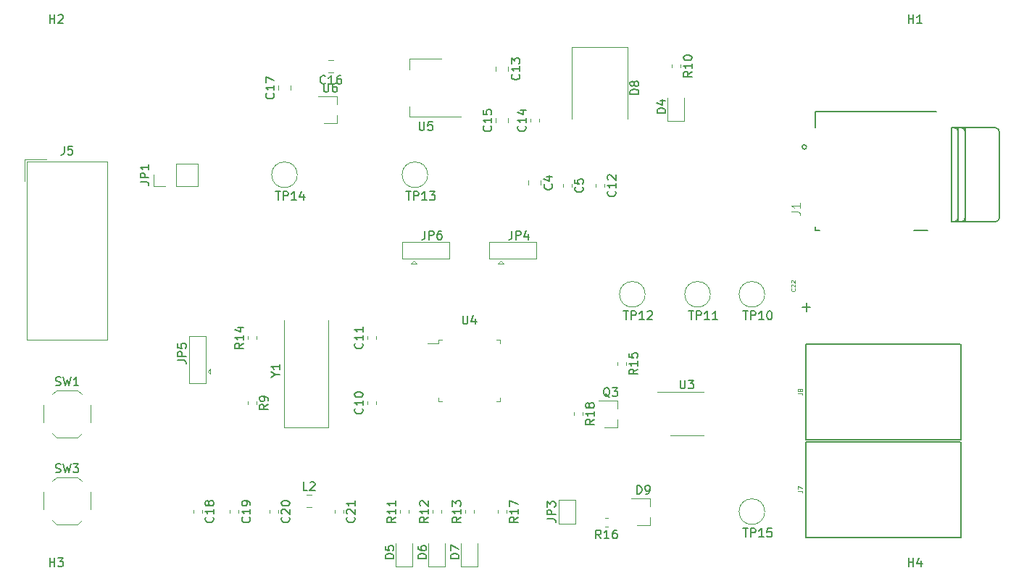
<source format=gbr>
G04 #@! TF.GenerationSoftware,KiCad,Pcbnew,5.1.5-52549c5~84~ubuntu18.04.1*
G04 #@! TF.CreationDate,2020-03-13T12:33:57+01:00*
G04 #@! TF.ProjectId,Telemetry,54656c65-6d65-4747-9279-2e6b69636164,rev?*
G04 #@! TF.SameCoordinates,Original*
G04 #@! TF.FileFunction,Legend,Top*
G04 #@! TF.FilePolarity,Positive*
%FSLAX46Y46*%
G04 Gerber Fmt 4.6, Leading zero omitted, Abs format (unit mm)*
G04 Created by KiCad (PCBNEW 5.1.5-52549c5~84~ubuntu18.04.1) date 2020-03-13 12:33:57*
%MOMM*%
%LPD*%
G04 APERTURE LIST*
%ADD10C,0.120000*%
%ADD11C,0.150000*%
%ADD12C,0.127000*%
%ADD13C,0.200000*%
%ADD14C,0.100000*%
%ADD15C,0.015000*%
G04 APERTURE END LIST*
D10*
X63510000Y-171800000D02*
X63510000Y-159200000D01*
X58410000Y-171800000D02*
X63510000Y-171800000D01*
X58410000Y-159200000D02*
X58410000Y-171800000D01*
D11*
X119340000Y-173240000D02*
X137340000Y-173240000D01*
X137340000Y-162040000D02*
X119340000Y-162040000D01*
X119340000Y-162040000D02*
X119340000Y-173240000D01*
X137440000Y-173240000D02*
X137440000Y-162015000D01*
X119340000Y-184670000D02*
X137340000Y-184670000D01*
X137340000Y-173470000D02*
X119340000Y-173470000D01*
X119340000Y-173470000D02*
X119340000Y-184670000D01*
X137440000Y-184670000D02*
X137440000Y-173445000D01*
D12*
X136650000Y-136740000D02*
X137150000Y-136740000D01*
X137150000Y-136740000D02*
X137150000Y-137240000D01*
X137150000Y-137240000D02*
X137150000Y-147240000D01*
X137150000Y-147240000D02*
X137150000Y-147740000D01*
X137150000Y-147740000D02*
X136650000Y-147740000D01*
X137450000Y-136740000D02*
X137950000Y-136740000D01*
X137950000Y-136740000D02*
X137950000Y-137240000D01*
X137950000Y-137240000D02*
X137950000Y-147240000D01*
X137950000Y-147240000D02*
X137950000Y-147740000D01*
X137950000Y-147740000D02*
X137450000Y-147740000D01*
X136350000Y-147740000D02*
X136350000Y-136740000D01*
X141950000Y-137240000D02*
X141950000Y-147240000D01*
X136350000Y-136740000D02*
X136650000Y-136740000D01*
X136650000Y-136740000D02*
G75*
G02X137150000Y-137240000I0J-500000D01*
G01*
X137150000Y-136740000D02*
X137450000Y-136740000D01*
X137450000Y-136740000D02*
G75*
G02X137950000Y-137240000I0J-500000D01*
G01*
X137950000Y-136740000D02*
X141450000Y-136740000D01*
X141450000Y-136740000D02*
G75*
G02X141950000Y-137240000I0J-500000D01*
G01*
X136350000Y-147740000D02*
X136650000Y-147740000D01*
X136650000Y-147740000D02*
G75*
G03X137150000Y-147240000I0J500000D01*
G01*
X137150000Y-147740000D02*
X137450000Y-147740000D01*
X137450000Y-147740000D02*
G75*
G03X137950000Y-147240000I0J500000D01*
G01*
X137950000Y-147740000D02*
X141450000Y-147740000D01*
X141450000Y-147740000D02*
G75*
G03X141950000Y-147240000I0J500000D01*
G01*
X120400000Y-148290000D02*
X120400000Y-148740000D01*
X120400000Y-148740000D02*
X120950000Y-148740000D01*
X120400000Y-136740000D02*
X120400000Y-134890000D01*
X120400000Y-134890000D02*
X134550000Y-134890000D01*
D13*
X119400000Y-138990000D02*
G75*
G03X119400000Y-138990000I-250000J0D01*
G01*
D12*
X133550000Y-148740000D02*
X131950000Y-148740000D01*
D11*
X119880000Y-157710000D02*
X118880000Y-157710000D01*
X119380000Y-158210000D02*
X119380000Y-157210000D01*
D10*
X88340000Y-142918922D02*
X88340000Y-143436078D01*
X86920000Y-142918922D02*
X86920000Y-143436078D01*
X91950000Y-143347221D02*
X91950000Y-143672779D01*
X90930000Y-143347221D02*
X90930000Y-143672779D01*
X69090000Y-169072779D02*
X69090000Y-168747221D01*
X68070000Y-169072779D02*
X68070000Y-168747221D01*
X68070000Y-161452779D02*
X68070000Y-161127221D01*
X69090000Y-161452779D02*
X69090000Y-161127221D01*
X95760000Y-143347221D02*
X95760000Y-143672779D01*
X94740000Y-143347221D02*
X94740000Y-143672779D01*
X83110000Y-129613922D02*
X83110000Y-130131078D01*
X84530000Y-129613922D02*
X84530000Y-130131078D01*
X88140000Y-136052779D02*
X88140000Y-135727221D01*
X87120000Y-136052779D02*
X87120000Y-135727221D01*
X83110000Y-136148578D02*
X83110000Y-135631422D01*
X84530000Y-136148578D02*
X84530000Y-135631422D01*
X64091078Y-130250000D02*
X63573922Y-130250000D01*
X64091078Y-128830000D02*
X63573922Y-128830000D01*
X59130000Y-132338578D02*
X59130000Y-131821422D01*
X57710000Y-132338578D02*
X57710000Y-131821422D01*
X47750000Y-181447221D02*
X47750000Y-181772779D01*
X48770000Y-181447221D02*
X48770000Y-181772779D01*
X52042500Y-181447221D02*
X52042500Y-181772779D01*
X53062500Y-181447221D02*
X53062500Y-181772779D01*
X57660000Y-181447221D02*
X57660000Y-181772779D01*
X56640000Y-181447221D02*
X56640000Y-181772779D01*
X65280000Y-181447221D02*
X65280000Y-181772779D01*
X64260000Y-181447221D02*
X64260000Y-181772779D01*
X105100000Y-135972500D02*
X105100000Y-133287500D01*
X103180000Y-135972500D02*
X105100000Y-135972500D01*
X103180000Y-133287500D02*
X103180000Y-135972500D01*
X71430000Y-185357500D02*
X71430000Y-188042500D01*
X71430000Y-188042500D02*
X73350000Y-188042500D01*
X73350000Y-188042500D02*
X73350000Y-185357500D01*
X77160000Y-188042500D02*
X77160000Y-185357500D01*
X75240000Y-188042500D02*
X77160000Y-188042500D01*
X75240000Y-185357500D02*
X75240000Y-188042500D01*
X79050000Y-185357500D02*
X79050000Y-188042500D01*
X79050000Y-188042500D02*
X80970000Y-188042500D01*
X80970000Y-188042500D02*
X80970000Y-185357500D01*
X92000000Y-127280000D02*
X98500000Y-127280000D01*
X92000000Y-127280000D02*
X92000000Y-135680000D01*
X98500000Y-127280000D02*
X98500000Y-135680000D01*
X101090000Y-183190000D02*
X101090000Y-182260000D01*
X101090000Y-180030000D02*
X101090000Y-180960000D01*
X101090000Y-180030000D02*
X98930000Y-180030000D01*
X101090000Y-183190000D02*
X99630000Y-183190000D01*
X37695000Y-140700000D02*
X37695000Y-161560000D01*
X37695000Y-161560000D02*
X28345000Y-161560000D01*
X28345000Y-161560000D02*
X28345000Y-140700000D01*
X28345000Y-140700000D02*
X37695000Y-140700000D01*
X28095000Y-140450000D02*
X28095000Y-142990000D01*
X28095000Y-140450000D02*
X30635000Y-140450000D01*
X48320000Y-143570000D02*
X48320000Y-140910000D01*
X45720000Y-143570000D02*
X48320000Y-143570000D01*
X45720000Y-140910000D02*
X48320000Y-140910000D01*
X45720000Y-143570000D02*
X45720000Y-140910000D01*
X44450000Y-143570000D02*
X43120000Y-143570000D01*
X43120000Y-143570000D02*
X43120000Y-142240000D01*
X92440000Y-183010000D02*
X90440000Y-183010000D01*
X92440000Y-180210000D02*
X92440000Y-183010000D01*
X90440000Y-180210000D02*
X92440000Y-180210000D01*
X90440000Y-183010000D02*
X90440000Y-180210000D01*
X82340000Y-150130000D02*
X87840000Y-150130000D01*
X87840000Y-150130000D02*
X87840000Y-152080000D01*
X87840000Y-152080000D02*
X82340000Y-152080000D01*
X82340000Y-152080000D02*
X82340000Y-150130000D01*
X83690000Y-152330000D02*
X83390000Y-152630000D01*
X83390000Y-152630000D02*
X83990000Y-152630000D01*
X83990000Y-152630000D02*
X83690000Y-152330000D01*
X49760000Y-164930000D02*
X49460000Y-165230000D01*
X49760000Y-165530000D02*
X49760000Y-164930000D01*
X49460000Y-165230000D02*
X49760000Y-165530000D01*
X49210000Y-166580000D02*
X47260000Y-166580000D01*
X49210000Y-161080000D02*
X49210000Y-166580000D01*
X47260000Y-161080000D02*
X49210000Y-161080000D01*
X47260000Y-166580000D02*
X47260000Y-161080000D01*
X73830000Y-152630000D02*
X73530000Y-152330000D01*
X73230000Y-152630000D02*
X73830000Y-152630000D01*
X73530000Y-152330000D02*
X73230000Y-152630000D01*
X72180000Y-152080000D02*
X72180000Y-150130000D01*
X77680000Y-152080000D02*
X72180000Y-152080000D01*
X77680000Y-150130000D02*
X77680000Y-152080000D01*
X72180000Y-150130000D02*
X77680000Y-150130000D01*
X61033922Y-179630000D02*
X61551078Y-179630000D01*
X61033922Y-181050000D02*
X61551078Y-181050000D01*
X97280000Y-171760000D02*
X95820000Y-171760000D01*
X97280000Y-168600000D02*
X95120000Y-168600000D01*
X97280000Y-168600000D02*
X97280000Y-169530000D01*
X97280000Y-171760000D02*
X97280000Y-170830000D01*
X54100000Y-168747221D02*
X54100000Y-169072779D01*
X55120000Y-168747221D02*
X55120000Y-169072779D01*
X104650000Y-129377221D02*
X104650000Y-129702779D01*
X103630000Y-129377221D02*
X103630000Y-129702779D01*
X71880000Y-181772779D02*
X71880000Y-181447221D01*
X72900000Y-181772779D02*
X72900000Y-181447221D01*
X75690000Y-181772779D02*
X75690000Y-181447221D01*
X76710000Y-181772779D02*
X76710000Y-181447221D01*
X80520000Y-181772779D02*
X80520000Y-181447221D01*
X79500000Y-181772779D02*
X79500000Y-181447221D01*
X54100000Y-161452779D02*
X54100000Y-161127221D01*
X55120000Y-161452779D02*
X55120000Y-161127221D01*
X97280000Y-164149721D02*
X97280000Y-164475279D01*
X98300000Y-164149721D02*
X98300000Y-164475279D01*
X96200279Y-182370000D02*
X95874721Y-182370000D01*
X96200279Y-183390000D02*
X95874721Y-183390000D01*
X83310000Y-181447221D02*
X83310000Y-181772779D01*
X84330000Y-181447221D02*
X84330000Y-181772779D01*
X93220000Y-170017221D02*
X93220000Y-170342779D01*
X92200000Y-170017221D02*
X92200000Y-170342779D01*
X31770000Y-167430000D02*
X34270000Y-167430000D01*
X30270000Y-169180000D02*
X30270000Y-171180000D01*
X31770000Y-172930000D02*
X34270000Y-172930000D01*
X35770000Y-169180000D02*
X35770000Y-171180000D01*
X31320000Y-167880000D02*
X31770000Y-167430000D01*
X34720000Y-167880000D02*
X34270000Y-167430000D01*
X34720000Y-172480000D02*
X34270000Y-172930000D01*
X31320000Y-172480000D02*
X31770000Y-172930000D01*
X31320000Y-182640000D02*
X31770000Y-183090000D01*
X34720000Y-182640000D02*
X34270000Y-183090000D01*
X34720000Y-178040000D02*
X34270000Y-177590000D01*
X31320000Y-178040000D02*
X31770000Y-177590000D01*
X35770000Y-179340000D02*
X35770000Y-181340000D01*
X31770000Y-183090000D02*
X34270000Y-183090000D01*
X30270000Y-179340000D02*
X30270000Y-181340000D01*
X31770000Y-177590000D02*
X34270000Y-177590000D01*
X114530000Y-156210000D02*
G75*
G03X114530000Y-156210000I-1500000J0D01*
G01*
X108180000Y-156210000D02*
G75*
G03X108180000Y-156210000I-1500000J0D01*
G01*
X100560000Y-156210000D02*
G75*
G03X100560000Y-156210000I-1500000J0D01*
G01*
X75160000Y-142240000D02*
G75*
G03X75160000Y-142240000I-1500000J0D01*
G01*
X59920000Y-142240000D02*
G75*
G03X59920000Y-142240000I-1500000J0D01*
G01*
X114530000Y-181610000D02*
G75*
G03X114530000Y-181610000I-1500000J0D01*
G01*
X105410000Y-172740000D02*
X107360000Y-172740000D01*
X105410000Y-172740000D02*
X103460000Y-172740000D01*
X105410000Y-167620000D02*
X107360000Y-167620000D01*
X105410000Y-167620000D02*
X101960000Y-167620000D01*
X83170000Y-168710000D02*
X83620000Y-168710000D01*
X83620000Y-168710000D02*
X83620000Y-168260000D01*
X76850000Y-168710000D02*
X76400000Y-168710000D01*
X76400000Y-168710000D02*
X76400000Y-168260000D01*
X83170000Y-161490000D02*
X83620000Y-161490000D01*
X83620000Y-161490000D02*
X83620000Y-161940000D01*
X76850000Y-161490000D02*
X76400000Y-161490000D01*
X76400000Y-161490000D02*
X76400000Y-161940000D01*
X76400000Y-161940000D02*
X75110000Y-161940000D01*
X73020000Y-128670000D02*
X73020000Y-129930000D01*
X73020000Y-135490000D02*
X73020000Y-134230000D01*
X76780000Y-128670000D02*
X73020000Y-128670000D01*
X79030000Y-135490000D02*
X73020000Y-135490000D01*
X64530000Y-136200000D02*
X64530000Y-135270000D01*
X64530000Y-133040000D02*
X64530000Y-133970000D01*
X64530000Y-133040000D02*
X62370000Y-133040000D01*
X64530000Y-136200000D02*
X63070000Y-136200000D01*
D11*
X57386190Y-165576190D02*
X57862380Y-165576190D01*
X56862380Y-165909523D02*
X57386190Y-165576190D01*
X56862380Y-165242857D01*
X57862380Y-164385714D02*
X57862380Y-164957142D01*
X57862380Y-164671428D02*
X56862380Y-164671428D01*
X57005238Y-164766666D01*
X57100476Y-164861904D01*
X57148095Y-164957142D01*
D14*
X118416190Y-167756666D02*
X118773333Y-167756666D01*
X118844761Y-167780476D01*
X118892380Y-167828095D01*
X118916190Y-167899523D01*
X118916190Y-167947142D01*
X118630476Y-167447142D02*
X118606666Y-167494761D01*
X118582857Y-167518571D01*
X118535238Y-167542380D01*
X118511428Y-167542380D01*
X118463809Y-167518571D01*
X118440000Y-167494761D01*
X118416190Y-167447142D01*
X118416190Y-167351904D01*
X118440000Y-167304285D01*
X118463809Y-167280476D01*
X118511428Y-167256666D01*
X118535238Y-167256666D01*
X118582857Y-167280476D01*
X118606666Y-167304285D01*
X118630476Y-167351904D01*
X118630476Y-167447142D01*
X118654285Y-167494761D01*
X118678095Y-167518571D01*
X118725714Y-167542380D01*
X118820952Y-167542380D01*
X118868571Y-167518571D01*
X118892380Y-167494761D01*
X118916190Y-167447142D01*
X118916190Y-167351904D01*
X118892380Y-167304285D01*
X118868571Y-167280476D01*
X118820952Y-167256666D01*
X118725714Y-167256666D01*
X118678095Y-167280476D01*
X118654285Y-167304285D01*
X118630476Y-167351904D01*
X118416190Y-179186666D02*
X118773333Y-179186666D01*
X118844761Y-179210476D01*
X118892380Y-179258095D01*
X118916190Y-179329523D01*
X118916190Y-179377142D01*
X118416190Y-178996190D02*
X118416190Y-178662857D01*
X118916190Y-178877142D01*
D15*
X117665524Y-146560612D02*
X118380901Y-146560612D01*
X118523976Y-146608304D01*
X118619360Y-146703688D01*
X118667052Y-146846763D01*
X118667052Y-146942147D01*
X118667052Y-145559084D02*
X118667052Y-146131386D01*
X118667052Y-145845235D02*
X117665524Y-145845235D01*
X117808599Y-145940619D01*
X117903983Y-146036002D01*
X117951675Y-146131386D01*
D14*
X118058571Y-155531428D02*
X118082380Y-155555238D01*
X118106190Y-155626666D01*
X118106190Y-155674285D01*
X118082380Y-155745714D01*
X118034761Y-155793333D01*
X117987142Y-155817142D01*
X117891904Y-155840952D01*
X117820476Y-155840952D01*
X117725238Y-155817142D01*
X117677619Y-155793333D01*
X117630000Y-155745714D01*
X117606190Y-155674285D01*
X117606190Y-155626666D01*
X117630000Y-155555238D01*
X117653809Y-155531428D01*
X117653809Y-155340952D02*
X117630000Y-155317142D01*
X117606190Y-155269523D01*
X117606190Y-155150476D01*
X117630000Y-155102857D01*
X117653809Y-155079047D01*
X117701428Y-155055238D01*
X117749047Y-155055238D01*
X117820476Y-155079047D01*
X118106190Y-155364761D01*
X118106190Y-155055238D01*
X117653809Y-154864761D02*
X117630000Y-154840952D01*
X117606190Y-154793333D01*
X117606190Y-154674285D01*
X117630000Y-154626666D01*
X117653809Y-154602857D01*
X117701428Y-154579047D01*
X117749047Y-154579047D01*
X117820476Y-154602857D01*
X118106190Y-154888571D01*
X118106190Y-154579047D01*
D11*
X89637142Y-143344166D02*
X89684761Y-143391785D01*
X89732380Y-143534642D01*
X89732380Y-143629880D01*
X89684761Y-143772738D01*
X89589523Y-143867976D01*
X89494285Y-143915595D01*
X89303809Y-143963214D01*
X89160952Y-143963214D01*
X88970476Y-143915595D01*
X88875238Y-143867976D01*
X88780000Y-143772738D01*
X88732380Y-143629880D01*
X88732380Y-143534642D01*
X88780000Y-143391785D01*
X88827619Y-143344166D01*
X89065714Y-142487023D02*
X89732380Y-142487023D01*
X88684761Y-142725119D02*
X89399047Y-142963214D01*
X89399047Y-142344166D01*
X93227142Y-143676666D02*
X93274761Y-143724285D01*
X93322380Y-143867142D01*
X93322380Y-143962380D01*
X93274761Y-144105238D01*
X93179523Y-144200476D01*
X93084285Y-144248095D01*
X92893809Y-144295714D01*
X92750952Y-144295714D01*
X92560476Y-144248095D01*
X92465238Y-144200476D01*
X92370000Y-144105238D01*
X92322380Y-143962380D01*
X92322380Y-143867142D01*
X92370000Y-143724285D01*
X92417619Y-143676666D01*
X92322380Y-142771904D02*
X92322380Y-143248095D01*
X92798571Y-143295714D01*
X92750952Y-143248095D01*
X92703333Y-143152857D01*
X92703333Y-142914761D01*
X92750952Y-142819523D01*
X92798571Y-142771904D01*
X92893809Y-142724285D01*
X93131904Y-142724285D01*
X93227142Y-142771904D01*
X93274761Y-142819523D01*
X93322380Y-142914761D01*
X93322380Y-143152857D01*
X93274761Y-143248095D01*
X93227142Y-143295714D01*
X67507142Y-169552857D02*
X67554761Y-169600476D01*
X67602380Y-169743333D01*
X67602380Y-169838571D01*
X67554761Y-169981428D01*
X67459523Y-170076666D01*
X67364285Y-170124285D01*
X67173809Y-170171904D01*
X67030952Y-170171904D01*
X66840476Y-170124285D01*
X66745238Y-170076666D01*
X66650000Y-169981428D01*
X66602380Y-169838571D01*
X66602380Y-169743333D01*
X66650000Y-169600476D01*
X66697619Y-169552857D01*
X67602380Y-168600476D02*
X67602380Y-169171904D01*
X67602380Y-168886190D02*
X66602380Y-168886190D01*
X66745238Y-168981428D01*
X66840476Y-169076666D01*
X66888095Y-169171904D01*
X66602380Y-167981428D02*
X66602380Y-167886190D01*
X66650000Y-167790952D01*
X66697619Y-167743333D01*
X66792857Y-167695714D01*
X66983333Y-167648095D01*
X67221428Y-167648095D01*
X67411904Y-167695714D01*
X67507142Y-167743333D01*
X67554761Y-167790952D01*
X67602380Y-167886190D01*
X67602380Y-167981428D01*
X67554761Y-168076666D01*
X67507142Y-168124285D01*
X67411904Y-168171904D01*
X67221428Y-168219523D01*
X66983333Y-168219523D01*
X66792857Y-168171904D01*
X66697619Y-168124285D01*
X66650000Y-168076666D01*
X66602380Y-167981428D01*
X67507142Y-161932857D02*
X67554761Y-161980476D01*
X67602380Y-162123333D01*
X67602380Y-162218571D01*
X67554761Y-162361428D01*
X67459523Y-162456666D01*
X67364285Y-162504285D01*
X67173809Y-162551904D01*
X67030952Y-162551904D01*
X66840476Y-162504285D01*
X66745238Y-162456666D01*
X66650000Y-162361428D01*
X66602380Y-162218571D01*
X66602380Y-162123333D01*
X66650000Y-161980476D01*
X66697619Y-161932857D01*
X67602380Y-160980476D02*
X67602380Y-161551904D01*
X67602380Y-161266190D02*
X66602380Y-161266190D01*
X66745238Y-161361428D01*
X66840476Y-161456666D01*
X66888095Y-161551904D01*
X67602380Y-160028095D02*
X67602380Y-160599523D01*
X67602380Y-160313809D02*
X66602380Y-160313809D01*
X66745238Y-160409047D01*
X66840476Y-160504285D01*
X66888095Y-160599523D01*
X97037142Y-144152857D02*
X97084761Y-144200476D01*
X97132380Y-144343333D01*
X97132380Y-144438571D01*
X97084761Y-144581428D01*
X96989523Y-144676666D01*
X96894285Y-144724285D01*
X96703809Y-144771904D01*
X96560952Y-144771904D01*
X96370476Y-144724285D01*
X96275238Y-144676666D01*
X96180000Y-144581428D01*
X96132380Y-144438571D01*
X96132380Y-144343333D01*
X96180000Y-144200476D01*
X96227619Y-144152857D01*
X97132380Y-143200476D02*
X97132380Y-143771904D01*
X97132380Y-143486190D02*
X96132380Y-143486190D01*
X96275238Y-143581428D01*
X96370476Y-143676666D01*
X96418095Y-143771904D01*
X96227619Y-142819523D02*
X96180000Y-142771904D01*
X96132380Y-142676666D01*
X96132380Y-142438571D01*
X96180000Y-142343333D01*
X96227619Y-142295714D01*
X96322857Y-142248095D01*
X96418095Y-142248095D01*
X96560952Y-142295714D01*
X97132380Y-142867142D01*
X97132380Y-142248095D01*
X85827142Y-130515357D02*
X85874761Y-130562976D01*
X85922380Y-130705833D01*
X85922380Y-130801071D01*
X85874761Y-130943928D01*
X85779523Y-131039166D01*
X85684285Y-131086785D01*
X85493809Y-131134404D01*
X85350952Y-131134404D01*
X85160476Y-131086785D01*
X85065238Y-131039166D01*
X84970000Y-130943928D01*
X84922380Y-130801071D01*
X84922380Y-130705833D01*
X84970000Y-130562976D01*
X85017619Y-130515357D01*
X85922380Y-129562976D02*
X85922380Y-130134404D01*
X85922380Y-129848690D02*
X84922380Y-129848690D01*
X85065238Y-129943928D01*
X85160476Y-130039166D01*
X85208095Y-130134404D01*
X84922380Y-129229642D02*
X84922380Y-128610595D01*
X85303333Y-128943928D01*
X85303333Y-128801071D01*
X85350952Y-128705833D01*
X85398571Y-128658214D01*
X85493809Y-128610595D01*
X85731904Y-128610595D01*
X85827142Y-128658214D01*
X85874761Y-128705833D01*
X85922380Y-128801071D01*
X85922380Y-129086785D01*
X85874761Y-129182023D01*
X85827142Y-129229642D01*
X86557142Y-136532857D02*
X86604761Y-136580476D01*
X86652380Y-136723333D01*
X86652380Y-136818571D01*
X86604761Y-136961428D01*
X86509523Y-137056666D01*
X86414285Y-137104285D01*
X86223809Y-137151904D01*
X86080952Y-137151904D01*
X85890476Y-137104285D01*
X85795238Y-137056666D01*
X85700000Y-136961428D01*
X85652380Y-136818571D01*
X85652380Y-136723333D01*
X85700000Y-136580476D01*
X85747619Y-136532857D01*
X86652380Y-135580476D02*
X86652380Y-136151904D01*
X86652380Y-135866190D02*
X85652380Y-135866190D01*
X85795238Y-135961428D01*
X85890476Y-136056666D01*
X85938095Y-136151904D01*
X85985714Y-134723333D02*
X86652380Y-134723333D01*
X85604761Y-134961428D02*
X86319047Y-135199523D01*
X86319047Y-134580476D01*
X82527142Y-136532857D02*
X82574761Y-136580476D01*
X82622380Y-136723333D01*
X82622380Y-136818571D01*
X82574761Y-136961428D01*
X82479523Y-137056666D01*
X82384285Y-137104285D01*
X82193809Y-137151904D01*
X82050952Y-137151904D01*
X81860476Y-137104285D01*
X81765238Y-137056666D01*
X81670000Y-136961428D01*
X81622380Y-136818571D01*
X81622380Y-136723333D01*
X81670000Y-136580476D01*
X81717619Y-136532857D01*
X82622380Y-135580476D02*
X82622380Y-136151904D01*
X82622380Y-135866190D02*
X81622380Y-135866190D01*
X81765238Y-135961428D01*
X81860476Y-136056666D01*
X81908095Y-136151904D01*
X81622380Y-134675714D02*
X81622380Y-135151904D01*
X82098571Y-135199523D01*
X82050952Y-135151904D01*
X82003333Y-135056666D01*
X82003333Y-134818571D01*
X82050952Y-134723333D01*
X82098571Y-134675714D01*
X82193809Y-134628095D01*
X82431904Y-134628095D01*
X82527142Y-134675714D01*
X82574761Y-134723333D01*
X82622380Y-134818571D01*
X82622380Y-135056666D01*
X82574761Y-135151904D01*
X82527142Y-135199523D01*
X63189642Y-131547142D02*
X63142023Y-131594761D01*
X62999166Y-131642380D01*
X62903928Y-131642380D01*
X62761071Y-131594761D01*
X62665833Y-131499523D01*
X62618214Y-131404285D01*
X62570595Y-131213809D01*
X62570595Y-131070952D01*
X62618214Y-130880476D01*
X62665833Y-130785238D01*
X62761071Y-130690000D01*
X62903928Y-130642380D01*
X62999166Y-130642380D01*
X63142023Y-130690000D01*
X63189642Y-130737619D01*
X64142023Y-131642380D02*
X63570595Y-131642380D01*
X63856309Y-131642380D02*
X63856309Y-130642380D01*
X63761071Y-130785238D01*
X63665833Y-130880476D01*
X63570595Y-130928095D01*
X64999166Y-130642380D02*
X64808690Y-130642380D01*
X64713452Y-130690000D01*
X64665833Y-130737619D01*
X64570595Y-130880476D01*
X64522976Y-131070952D01*
X64522976Y-131451904D01*
X64570595Y-131547142D01*
X64618214Y-131594761D01*
X64713452Y-131642380D01*
X64903928Y-131642380D01*
X64999166Y-131594761D01*
X65046785Y-131547142D01*
X65094404Y-131451904D01*
X65094404Y-131213809D01*
X65046785Y-131118571D01*
X64999166Y-131070952D01*
X64903928Y-131023333D01*
X64713452Y-131023333D01*
X64618214Y-131070952D01*
X64570595Y-131118571D01*
X64522976Y-131213809D01*
X57127142Y-132722857D02*
X57174761Y-132770476D01*
X57222380Y-132913333D01*
X57222380Y-133008571D01*
X57174761Y-133151428D01*
X57079523Y-133246666D01*
X56984285Y-133294285D01*
X56793809Y-133341904D01*
X56650952Y-133341904D01*
X56460476Y-133294285D01*
X56365238Y-133246666D01*
X56270000Y-133151428D01*
X56222380Y-133008571D01*
X56222380Y-132913333D01*
X56270000Y-132770476D01*
X56317619Y-132722857D01*
X57222380Y-131770476D02*
X57222380Y-132341904D01*
X57222380Y-132056190D02*
X56222380Y-132056190D01*
X56365238Y-132151428D01*
X56460476Y-132246666D01*
X56508095Y-132341904D01*
X56222380Y-131437142D02*
X56222380Y-130770476D01*
X57222380Y-131199047D01*
X50047142Y-182252857D02*
X50094761Y-182300476D01*
X50142380Y-182443333D01*
X50142380Y-182538571D01*
X50094761Y-182681428D01*
X49999523Y-182776666D01*
X49904285Y-182824285D01*
X49713809Y-182871904D01*
X49570952Y-182871904D01*
X49380476Y-182824285D01*
X49285238Y-182776666D01*
X49190000Y-182681428D01*
X49142380Y-182538571D01*
X49142380Y-182443333D01*
X49190000Y-182300476D01*
X49237619Y-182252857D01*
X50142380Y-181300476D02*
X50142380Y-181871904D01*
X50142380Y-181586190D02*
X49142380Y-181586190D01*
X49285238Y-181681428D01*
X49380476Y-181776666D01*
X49428095Y-181871904D01*
X49570952Y-180729047D02*
X49523333Y-180824285D01*
X49475714Y-180871904D01*
X49380476Y-180919523D01*
X49332857Y-180919523D01*
X49237619Y-180871904D01*
X49190000Y-180824285D01*
X49142380Y-180729047D01*
X49142380Y-180538571D01*
X49190000Y-180443333D01*
X49237619Y-180395714D01*
X49332857Y-180348095D01*
X49380476Y-180348095D01*
X49475714Y-180395714D01*
X49523333Y-180443333D01*
X49570952Y-180538571D01*
X49570952Y-180729047D01*
X49618571Y-180824285D01*
X49666190Y-180871904D01*
X49761428Y-180919523D01*
X49951904Y-180919523D01*
X50047142Y-180871904D01*
X50094761Y-180824285D01*
X50142380Y-180729047D01*
X50142380Y-180538571D01*
X50094761Y-180443333D01*
X50047142Y-180395714D01*
X49951904Y-180348095D01*
X49761428Y-180348095D01*
X49666190Y-180395714D01*
X49618571Y-180443333D01*
X49570952Y-180538571D01*
X54339642Y-182252857D02*
X54387261Y-182300476D01*
X54434880Y-182443333D01*
X54434880Y-182538571D01*
X54387261Y-182681428D01*
X54292023Y-182776666D01*
X54196785Y-182824285D01*
X54006309Y-182871904D01*
X53863452Y-182871904D01*
X53672976Y-182824285D01*
X53577738Y-182776666D01*
X53482500Y-182681428D01*
X53434880Y-182538571D01*
X53434880Y-182443333D01*
X53482500Y-182300476D01*
X53530119Y-182252857D01*
X54434880Y-181300476D02*
X54434880Y-181871904D01*
X54434880Y-181586190D02*
X53434880Y-181586190D01*
X53577738Y-181681428D01*
X53672976Y-181776666D01*
X53720595Y-181871904D01*
X54434880Y-180824285D02*
X54434880Y-180633809D01*
X54387261Y-180538571D01*
X54339642Y-180490952D01*
X54196785Y-180395714D01*
X54006309Y-180348095D01*
X53625357Y-180348095D01*
X53530119Y-180395714D01*
X53482500Y-180443333D01*
X53434880Y-180538571D01*
X53434880Y-180729047D01*
X53482500Y-180824285D01*
X53530119Y-180871904D01*
X53625357Y-180919523D01*
X53863452Y-180919523D01*
X53958690Y-180871904D01*
X54006309Y-180824285D01*
X54053928Y-180729047D01*
X54053928Y-180538571D01*
X54006309Y-180443333D01*
X53958690Y-180395714D01*
X53863452Y-180348095D01*
X58937142Y-182252857D02*
X58984761Y-182300476D01*
X59032380Y-182443333D01*
X59032380Y-182538571D01*
X58984761Y-182681428D01*
X58889523Y-182776666D01*
X58794285Y-182824285D01*
X58603809Y-182871904D01*
X58460952Y-182871904D01*
X58270476Y-182824285D01*
X58175238Y-182776666D01*
X58080000Y-182681428D01*
X58032380Y-182538571D01*
X58032380Y-182443333D01*
X58080000Y-182300476D01*
X58127619Y-182252857D01*
X58127619Y-181871904D02*
X58080000Y-181824285D01*
X58032380Y-181729047D01*
X58032380Y-181490952D01*
X58080000Y-181395714D01*
X58127619Y-181348095D01*
X58222857Y-181300476D01*
X58318095Y-181300476D01*
X58460952Y-181348095D01*
X59032380Y-181919523D01*
X59032380Y-181300476D01*
X58032380Y-180681428D02*
X58032380Y-180586190D01*
X58080000Y-180490952D01*
X58127619Y-180443333D01*
X58222857Y-180395714D01*
X58413333Y-180348095D01*
X58651428Y-180348095D01*
X58841904Y-180395714D01*
X58937142Y-180443333D01*
X58984761Y-180490952D01*
X59032380Y-180586190D01*
X59032380Y-180681428D01*
X58984761Y-180776666D01*
X58937142Y-180824285D01*
X58841904Y-180871904D01*
X58651428Y-180919523D01*
X58413333Y-180919523D01*
X58222857Y-180871904D01*
X58127619Y-180824285D01*
X58080000Y-180776666D01*
X58032380Y-180681428D01*
X66557142Y-182252857D02*
X66604761Y-182300476D01*
X66652380Y-182443333D01*
X66652380Y-182538571D01*
X66604761Y-182681428D01*
X66509523Y-182776666D01*
X66414285Y-182824285D01*
X66223809Y-182871904D01*
X66080952Y-182871904D01*
X65890476Y-182824285D01*
X65795238Y-182776666D01*
X65700000Y-182681428D01*
X65652380Y-182538571D01*
X65652380Y-182443333D01*
X65700000Y-182300476D01*
X65747619Y-182252857D01*
X65747619Y-181871904D02*
X65700000Y-181824285D01*
X65652380Y-181729047D01*
X65652380Y-181490952D01*
X65700000Y-181395714D01*
X65747619Y-181348095D01*
X65842857Y-181300476D01*
X65938095Y-181300476D01*
X66080952Y-181348095D01*
X66652380Y-181919523D01*
X66652380Y-181300476D01*
X66652380Y-180348095D02*
X66652380Y-180919523D01*
X66652380Y-180633809D02*
X65652380Y-180633809D01*
X65795238Y-180729047D01*
X65890476Y-180824285D01*
X65938095Y-180919523D01*
X102942380Y-135025595D02*
X101942380Y-135025595D01*
X101942380Y-134787500D01*
X101990000Y-134644642D01*
X102085238Y-134549404D01*
X102180476Y-134501785D01*
X102370952Y-134454166D01*
X102513809Y-134454166D01*
X102704285Y-134501785D01*
X102799523Y-134549404D01*
X102894761Y-134644642D01*
X102942380Y-134787500D01*
X102942380Y-135025595D01*
X102275714Y-133597023D02*
X102942380Y-133597023D01*
X101894761Y-133835119D02*
X102609047Y-134073214D01*
X102609047Y-133454166D01*
X71192380Y-187095595D02*
X70192380Y-187095595D01*
X70192380Y-186857500D01*
X70240000Y-186714642D01*
X70335238Y-186619404D01*
X70430476Y-186571785D01*
X70620952Y-186524166D01*
X70763809Y-186524166D01*
X70954285Y-186571785D01*
X71049523Y-186619404D01*
X71144761Y-186714642D01*
X71192380Y-186857500D01*
X71192380Y-187095595D01*
X70192380Y-185619404D02*
X70192380Y-186095595D01*
X70668571Y-186143214D01*
X70620952Y-186095595D01*
X70573333Y-186000357D01*
X70573333Y-185762261D01*
X70620952Y-185667023D01*
X70668571Y-185619404D01*
X70763809Y-185571785D01*
X71001904Y-185571785D01*
X71097142Y-185619404D01*
X71144761Y-185667023D01*
X71192380Y-185762261D01*
X71192380Y-186000357D01*
X71144761Y-186095595D01*
X71097142Y-186143214D01*
X75002380Y-187095595D02*
X74002380Y-187095595D01*
X74002380Y-186857500D01*
X74050000Y-186714642D01*
X74145238Y-186619404D01*
X74240476Y-186571785D01*
X74430952Y-186524166D01*
X74573809Y-186524166D01*
X74764285Y-186571785D01*
X74859523Y-186619404D01*
X74954761Y-186714642D01*
X75002380Y-186857500D01*
X75002380Y-187095595D01*
X74002380Y-185667023D02*
X74002380Y-185857500D01*
X74050000Y-185952738D01*
X74097619Y-186000357D01*
X74240476Y-186095595D01*
X74430952Y-186143214D01*
X74811904Y-186143214D01*
X74907142Y-186095595D01*
X74954761Y-186047976D01*
X75002380Y-185952738D01*
X75002380Y-185762261D01*
X74954761Y-185667023D01*
X74907142Y-185619404D01*
X74811904Y-185571785D01*
X74573809Y-185571785D01*
X74478571Y-185619404D01*
X74430952Y-185667023D01*
X74383333Y-185762261D01*
X74383333Y-185952738D01*
X74430952Y-186047976D01*
X74478571Y-186095595D01*
X74573809Y-186143214D01*
X78812380Y-187095595D02*
X77812380Y-187095595D01*
X77812380Y-186857500D01*
X77860000Y-186714642D01*
X77955238Y-186619404D01*
X78050476Y-186571785D01*
X78240952Y-186524166D01*
X78383809Y-186524166D01*
X78574285Y-186571785D01*
X78669523Y-186619404D01*
X78764761Y-186714642D01*
X78812380Y-186857500D01*
X78812380Y-187095595D01*
X77812380Y-186190833D02*
X77812380Y-185524166D01*
X78812380Y-185952738D01*
X99802380Y-132818095D02*
X98802380Y-132818095D01*
X98802380Y-132580000D01*
X98850000Y-132437142D01*
X98945238Y-132341904D01*
X99040476Y-132294285D01*
X99230952Y-132246666D01*
X99373809Y-132246666D01*
X99564285Y-132294285D01*
X99659523Y-132341904D01*
X99754761Y-132437142D01*
X99802380Y-132580000D01*
X99802380Y-132818095D01*
X99230952Y-131675238D02*
X99183333Y-131770476D01*
X99135714Y-131818095D01*
X99040476Y-131865714D01*
X98992857Y-131865714D01*
X98897619Y-131818095D01*
X98850000Y-131770476D01*
X98802380Y-131675238D01*
X98802380Y-131484761D01*
X98850000Y-131389523D01*
X98897619Y-131341904D01*
X98992857Y-131294285D01*
X99040476Y-131294285D01*
X99135714Y-131341904D01*
X99183333Y-131389523D01*
X99230952Y-131484761D01*
X99230952Y-131675238D01*
X99278571Y-131770476D01*
X99326190Y-131818095D01*
X99421428Y-131865714D01*
X99611904Y-131865714D01*
X99707142Y-131818095D01*
X99754761Y-131770476D01*
X99802380Y-131675238D01*
X99802380Y-131484761D01*
X99754761Y-131389523D01*
X99707142Y-131341904D01*
X99611904Y-131294285D01*
X99421428Y-131294285D01*
X99326190Y-131341904D01*
X99278571Y-131389523D01*
X99230952Y-131484761D01*
X99591904Y-179562380D02*
X99591904Y-178562380D01*
X99830000Y-178562380D01*
X99972857Y-178610000D01*
X100068095Y-178705238D01*
X100115714Y-178800476D01*
X100163333Y-178990952D01*
X100163333Y-179133809D01*
X100115714Y-179324285D01*
X100068095Y-179419523D01*
X99972857Y-179514761D01*
X99830000Y-179562380D01*
X99591904Y-179562380D01*
X100639523Y-179562380D02*
X100830000Y-179562380D01*
X100925238Y-179514761D01*
X100972857Y-179467142D01*
X101068095Y-179324285D01*
X101115714Y-179133809D01*
X101115714Y-178752857D01*
X101068095Y-178657619D01*
X101020476Y-178610000D01*
X100925238Y-178562380D01*
X100734761Y-178562380D01*
X100639523Y-178610000D01*
X100591904Y-178657619D01*
X100544285Y-178752857D01*
X100544285Y-178990952D01*
X100591904Y-179086190D01*
X100639523Y-179133809D01*
X100734761Y-179181428D01*
X100925238Y-179181428D01*
X101020476Y-179133809D01*
X101068095Y-179086190D01*
X101115714Y-178990952D01*
X131318095Y-124522380D02*
X131318095Y-123522380D01*
X131318095Y-123998571D02*
X131889523Y-123998571D01*
X131889523Y-124522380D02*
X131889523Y-123522380D01*
X132889523Y-124522380D02*
X132318095Y-124522380D01*
X132603809Y-124522380D02*
X132603809Y-123522380D01*
X132508571Y-123665238D01*
X132413333Y-123760476D01*
X132318095Y-123808095D01*
X30988095Y-124522380D02*
X30988095Y-123522380D01*
X30988095Y-123998571D02*
X31559523Y-123998571D01*
X31559523Y-124522380D02*
X31559523Y-123522380D01*
X31988095Y-123617619D02*
X32035714Y-123570000D01*
X32130952Y-123522380D01*
X32369047Y-123522380D01*
X32464285Y-123570000D01*
X32511904Y-123617619D01*
X32559523Y-123712857D01*
X32559523Y-123808095D01*
X32511904Y-123950952D01*
X31940476Y-124522380D01*
X32559523Y-124522380D01*
X30988095Y-188022380D02*
X30988095Y-187022380D01*
X30988095Y-187498571D02*
X31559523Y-187498571D01*
X31559523Y-188022380D02*
X31559523Y-187022380D01*
X31940476Y-187022380D02*
X32559523Y-187022380D01*
X32226190Y-187403333D01*
X32369047Y-187403333D01*
X32464285Y-187450952D01*
X32511904Y-187498571D01*
X32559523Y-187593809D01*
X32559523Y-187831904D01*
X32511904Y-187927142D01*
X32464285Y-187974761D01*
X32369047Y-188022380D01*
X32083333Y-188022380D01*
X31988095Y-187974761D01*
X31940476Y-187927142D01*
X131318095Y-188022380D02*
X131318095Y-187022380D01*
X131318095Y-187498571D02*
X131889523Y-187498571D01*
X131889523Y-188022380D02*
X131889523Y-187022380D01*
X132794285Y-187355714D02*
X132794285Y-188022380D01*
X132556190Y-186974761D02*
X132318095Y-187689047D01*
X132937142Y-187689047D01*
X32686666Y-138898380D02*
X32686666Y-139612666D01*
X32639047Y-139755523D01*
X32543809Y-139850761D01*
X32400952Y-139898380D01*
X32305714Y-139898380D01*
X33639047Y-138898380D02*
X33162857Y-138898380D01*
X33115238Y-139374571D01*
X33162857Y-139326952D01*
X33258095Y-139279333D01*
X33496190Y-139279333D01*
X33591428Y-139326952D01*
X33639047Y-139374571D01*
X33686666Y-139469809D01*
X33686666Y-139707904D01*
X33639047Y-139803142D01*
X33591428Y-139850761D01*
X33496190Y-139898380D01*
X33258095Y-139898380D01*
X33162857Y-139850761D01*
X33115238Y-139803142D01*
X41572380Y-143073333D02*
X42286666Y-143073333D01*
X42429523Y-143120952D01*
X42524761Y-143216190D01*
X42572380Y-143359047D01*
X42572380Y-143454285D01*
X42572380Y-142597142D02*
X41572380Y-142597142D01*
X41572380Y-142216190D01*
X41620000Y-142120952D01*
X41667619Y-142073333D01*
X41762857Y-142025714D01*
X41905714Y-142025714D01*
X42000952Y-142073333D01*
X42048571Y-142120952D01*
X42096190Y-142216190D01*
X42096190Y-142597142D01*
X42572380Y-141073333D02*
X42572380Y-141644761D01*
X42572380Y-141359047D02*
X41572380Y-141359047D01*
X41715238Y-141454285D01*
X41810476Y-141549523D01*
X41858095Y-141644761D01*
X89092380Y-182443333D02*
X89806666Y-182443333D01*
X89949523Y-182490952D01*
X90044761Y-182586190D01*
X90092380Y-182729047D01*
X90092380Y-182824285D01*
X90092380Y-181967142D02*
X89092380Y-181967142D01*
X89092380Y-181586190D01*
X89140000Y-181490952D01*
X89187619Y-181443333D01*
X89282857Y-181395714D01*
X89425714Y-181395714D01*
X89520952Y-181443333D01*
X89568571Y-181490952D01*
X89616190Y-181586190D01*
X89616190Y-181967142D01*
X89092380Y-181062380D02*
X89092380Y-180443333D01*
X89473333Y-180776666D01*
X89473333Y-180633809D01*
X89520952Y-180538571D01*
X89568571Y-180490952D01*
X89663809Y-180443333D01*
X89901904Y-180443333D01*
X89997142Y-180490952D01*
X90044761Y-180538571D01*
X90092380Y-180633809D01*
X90092380Y-180919523D01*
X90044761Y-181014761D01*
X89997142Y-181062380D01*
X84981666Y-148807380D02*
X84981666Y-149521666D01*
X84934047Y-149664523D01*
X84838809Y-149759761D01*
X84695952Y-149807380D01*
X84600714Y-149807380D01*
X85457857Y-149807380D02*
X85457857Y-148807380D01*
X85838809Y-148807380D01*
X85934047Y-148855000D01*
X85981666Y-148902619D01*
X86029285Y-148997857D01*
X86029285Y-149140714D01*
X85981666Y-149235952D01*
X85934047Y-149283571D01*
X85838809Y-149331190D01*
X85457857Y-149331190D01*
X86886428Y-149140714D02*
X86886428Y-149807380D01*
X86648333Y-148759761D02*
X86410238Y-149474047D01*
X87029285Y-149474047D01*
X45937380Y-163938333D02*
X46651666Y-163938333D01*
X46794523Y-163985952D01*
X46889761Y-164081190D01*
X46937380Y-164224047D01*
X46937380Y-164319285D01*
X46937380Y-163462142D02*
X45937380Y-163462142D01*
X45937380Y-163081190D01*
X45985000Y-162985952D01*
X46032619Y-162938333D01*
X46127857Y-162890714D01*
X46270714Y-162890714D01*
X46365952Y-162938333D01*
X46413571Y-162985952D01*
X46461190Y-163081190D01*
X46461190Y-163462142D01*
X45937380Y-161985952D02*
X45937380Y-162462142D01*
X46413571Y-162509761D01*
X46365952Y-162462142D01*
X46318333Y-162366904D01*
X46318333Y-162128809D01*
X46365952Y-162033571D01*
X46413571Y-161985952D01*
X46508809Y-161938333D01*
X46746904Y-161938333D01*
X46842142Y-161985952D01*
X46889761Y-162033571D01*
X46937380Y-162128809D01*
X46937380Y-162366904D01*
X46889761Y-162462142D01*
X46842142Y-162509761D01*
X74821666Y-148807380D02*
X74821666Y-149521666D01*
X74774047Y-149664523D01*
X74678809Y-149759761D01*
X74535952Y-149807380D01*
X74440714Y-149807380D01*
X75297857Y-149807380D02*
X75297857Y-148807380D01*
X75678809Y-148807380D01*
X75774047Y-148855000D01*
X75821666Y-148902619D01*
X75869285Y-148997857D01*
X75869285Y-149140714D01*
X75821666Y-149235952D01*
X75774047Y-149283571D01*
X75678809Y-149331190D01*
X75297857Y-149331190D01*
X76726428Y-148807380D02*
X76535952Y-148807380D01*
X76440714Y-148855000D01*
X76393095Y-148902619D01*
X76297857Y-149045476D01*
X76250238Y-149235952D01*
X76250238Y-149616904D01*
X76297857Y-149712142D01*
X76345476Y-149759761D01*
X76440714Y-149807380D01*
X76631190Y-149807380D01*
X76726428Y-149759761D01*
X76774047Y-149712142D01*
X76821666Y-149616904D01*
X76821666Y-149378809D01*
X76774047Y-149283571D01*
X76726428Y-149235952D01*
X76631190Y-149188333D01*
X76440714Y-149188333D01*
X76345476Y-149235952D01*
X76297857Y-149283571D01*
X76250238Y-149378809D01*
X61125833Y-179142380D02*
X60649642Y-179142380D01*
X60649642Y-178142380D01*
X61411547Y-178237619D02*
X61459166Y-178190000D01*
X61554404Y-178142380D01*
X61792500Y-178142380D01*
X61887738Y-178190000D01*
X61935357Y-178237619D01*
X61982976Y-178332857D01*
X61982976Y-178428095D01*
X61935357Y-178570952D01*
X61363928Y-179142380D01*
X61982976Y-179142380D01*
X96424761Y-168227619D02*
X96329523Y-168180000D01*
X96234285Y-168084761D01*
X96091428Y-167941904D01*
X95996190Y-167894285D01*
X95900952Y-167894285D01*
X95948571Y-168132380D02*
X95853333Y-168084761D01*
X95758095Y-167989523D01*
X95710476Y-167799047D01*
X95710476Y-167465714D01*
X95758095Y-167275238D01*
X95853333Y-167180000D01*
X95948571Y-167132380D01*
X96139047Y-167132380D01*
X96234285Y-167180000D01*
X96329523Y-167275238D01*
X96377142Y-167465714D01*
X96377142Y-167799047D01*
X96329523Y-167989523D01*
X96234285Y-168084761D01*
X96139047Y-168132380D01*
X95948571Y-168132380D01*
X96710476Y-167132380D02*
X97329523Y-167132380D01*
X96996190Y-167513333D01*
X97139047Y-167513333D01*
X97234285Y-167560952D01*
X97281904Y-167608571D01*
X97329523Y-167703809D01*
X97329523Y-167941904D01*
X97281904Y-168037142D01*
X97234285Y-168084761D01*
X97139047Y-168132380D01*
X96853333Y-168132380D01*
X96758095Y-168084761D01*
X96710476Y-168037142D01*
X56492380Y-169076666D02*
X56016190Y-169410000D01*
X56492380Y-169648095D02*
X55492380Y-169648095D01*
X55492380Y-169267142D01*
X55540000Y-169171904D01*
X55587619Y-169124285D01*
X55682857Y-169076666D01*
X55825714Y-169076666D01*
X55920952Y-169124285D01*
X55968571Y-169171904D01*
X56016190Y-169267142D01*
X56016190Y-169648095D01*
X56492380Y-168600476D02*
X56492380Y-168410000D01*
X56444761Y-168314761D01*
X56397142Y-168267142D01*
X56254285Y-168171904D01*
X56063809Y-168124285D01*
X55682857Y-168124285D01*
X55587619Y-168171904D01*
X55540000Y-168219523D01*
X55492380Y-168314761D01*
X55492380Y-168505238D01*
X55540000Y-168600476D01*
X55587619Y-168648095D01*
X55682857Y-168695714D01*
X55920952Y-168695714D01*
X56016190Y-168648095D01*
X56063809Y-168600476D01*
X56111428Y-168505238D01*
X56111428Y-168314761D01*
X56063809Y-168219523D01*
X56016190Y-168171904D01*
X55920952Y-168124285D01*
X106022380Y-130182857D02*
X105546190Y-130516190D01*
X106022380Y-130754285D02*
X105022380Y-130754285D01*
X105022380Y-130373333D01*
X105070000Y-130278095D01*
X105117619Y-130230476D01*
X105212857Y-130182857D01*
X105355714Y-130182857D01*
X105450952Y-130230476D01*
X105498571Y-130278095D01*
X105546190Y-130373333D01*
X105546190Y-130754285D01*
X106022380Y-129230476D02*
X106022380Y-129801904D01*
X106022380Y-129516190D02*
X105022380Y-129516190D01*
X105165238Y-129611428D01*
X105260476Y-129706666D01*
X105308095Y-129801904D01*
X105022380Y-128611428D02*
X105022380Y-128516190D01*
X105070000Y-128420952D01*
X105117619Y-128373333D01*
X105212857Y-128325714D01*
X105403333Y-128278095D01*
X105641428Y-128278095D01*
X105831904Y-128325714D01*
X105927142Y-128373333D01*
X105974761Y-128420952D01*
X106022380Y-128516190D01*
X106022380Y-128611428D01*
X105974761Y-128706666D01*
X105927142Y-128754285D01*
X105831904Y-128801904D01*
X105641428Y-128849523D01*
X105403333Y-128849523D01*
X105212857Y-128801904D01*
X105117619Y-128754285D01*
X105070000Y-128706666D01*
X105022380Y-128611428D01*
X71412380Y-182252857D02*
X70936190Y-182586190D01*
X71412380Y-182824285D02*
X70412380Y-182824285D01*
X70412380Y-182443333D01*
X70460000Y-182348095D01*
X70507619Y-182300476D01*
X70602857Y-182252857D01*
X70745714Y-182252857D01*
X70840952Y-182300476D01*
X70888571Y-182348095D01*
X70936190Y-182443333D01*
X70936190Y-182824285D01*
X71412380Y-181300476D02*
X71412380Y-181871904D01*
X71412380Y-181586190D02*
X70412380Y-181586190D01*
X70555238Y-181681428D01*
X70650476Y-181776666D01*
X70698095Y-181871904D01*
X71412380Y-180348095D02*
X71412380Y-180919523D01*
X71412380Y-180633809D02*
X70412380Y-180633809D01*
X70555238Y-180729047D01*
X70650476Y-180824285D01*
X70698095Y-180919523D01*
X75222380Y-182252857D02*
X74746190Y-182586190D01*
X75222380Y-182824285D02*
X74222380Y-182824285D01*
X74222380Y-182443333D01*
X74270000Y-182348095D01*
X74317619Y-182300476D01*
X74412857Y-182252857D01*
X74555714Y-182252857D01*
X74650952Y-182300476D01*
X74698571Y-182348095D01*
X74746190Y-182443333D01*
X74746190Y-182824285D01*
X75222380Y-181300476D02*
X75222380Y-181871904D01*
X75222380Y-181586190D02*
X74222380Y-181586190D01*
X74365238Y-181681428D01*
X74460476Y-181776666D01*
X74508095Y-181871904D01*
X74317619Y-180919523D02*
X74270000Y-180871904D01*
X74222380Y-180776666D01*
X74222380Y-180538571D01*
X74270000Y-180443333D01*
X74317619Y-180395714D01*
X74412857Y-180348095D01*
X74508095Y-180348095D01*
X74650952Y-180395714D01*
X75222380Y-180967142D01*
X75222380Y-180348095D01*
X79032380Y-182252857D02*
X78556190Y-182586190D01*
X79032380Y-182824285D02*
X78032380Y-182824285D01*
X78032380Y-182443333D01*
X78080000Y-182348095D01*
X78127619Y-182300476D01*
X78222857Y-182252857D01*
X78365714Y-182252857D01*
X78460952Y-182300476D01*
X78508571Y-182348095D01*
X78556190Y-182443333D01*
X78556190Y-182824285D01*
X79032380Y-181300476D02*
X79032380Y-181871904D01*
X79032380Y-181586190D02*
X78032380Y-181586190D01*
X78175238Y-181681428D01*
X78270476Y-181776666D01*
X78318095Y-181871904D01*
X78032380Y-180967142D02*
X78032380Y-180348095D01*
X78413333Y-180681428D01*
X78413333Y-180538571D01*
X78460952Y-180443333D01*
X78508571Y-180395714D01*
X78603809Y-180348095D01*
X78841904Y-180348095D01*
X78937142Y-180395714D01*
X78984761Y-180443333D01*
X79032380Y-180538571D01*
X79032380Y-180824285D01*
X78984761Y-180919523D01*
X78937142Y-180967142D01*
X53632380Y-161932857D02*
X53156190Y-162266190D01*
X53632380Y-162504285D02*
X52632380Y-162504285D01*
X52632380Y-162123333D01*
X52680000Y-162028095D01*
X52727619Y-161980476D01*
X52822857Y-161932857D01*
X52965714Y-161932857D01*
X53060952Y-161980476D01*
X53108571Y-162028095D01*
X53156190Y-162123333D01*
X53156190Y-162504285D01*
X53632380Y-160980476D02*
X53632380Y-161551904D01*
X53632380Y-161266190D02*
X52632380Y-161266190D01*
X52775238Y-161361428D01*
X52870476Y-161456666D01*
X52918095Y-161551904D01*
X52965714Y-160123333D02*
X53632380Y-160123333D01*
X52584761Y-160361428D02*
X53299047Y-160599523D01*
X53299047Y-159980476D01*
X99672380Y-164955357D02*
X99196190Y-165288690D01*
X99672380Y-165526785D02*
X98672380Y-165526785D01*
X98672380Y-165145833D01*
X98720000Y-165050595D01*
X98767619Y-165002976D01*
X98862857Y-164955357D01*
X99005714Y-164955357D01*
X99100952Y-165002976D01*
X99148571Y-165050595D01*
X99196190Y-165145833D01*
X99196190Y-165526785D01*
X99672380Y-164002976D02*
X99672380Y-164574404D01*
X99672380Y-164288690D02*
X98672380Y-164288690D01*
X98815238Y-164383928D01*
X98910476Y-164479166D01*
X98958095Y-164574404D01*
X98672380Y-163098214D02*
X98672380Y-163574404D01*
X99148571Y-163622023D01*
X99100952Y-163574404D01*
X99053333Y-163479166D01*
X99053333Y-163241071D01*
X99100952Y-163145833D01*
X99148571Y-163098214D01*
X99243809Y-163050595D01*
X99481904Y-163050595D01*
X99577142Y-163098214D01*
X99624761Y-163145833D01*
X99672380Y-163241071D01*
X99672380Y-163479166D01*
X99624761Y-163574404D01*
X99577142Y-163622023D01*
X95394642Y-184762380D02*
X95061309Y-184286190D01*
X94823214Y-184762380D02*
X94823214Y-183762380D01*
X95204166Y-183762380D01*
X95299404Y-183810000D01*
X95347023Y-183857619D01*
X95394642Y-183952857D01*
X95394642Y-184095714D01*
X95347023Y-184190952D01*
X95299404Y-184238571D01*
X95204166Y-184286190D01*
X94823214Y-184286190D01*
X96347023Y-184762380D02*
X95775595Y-184762380D01*
X96061309Y-184762380D02*
X96061309Y-183762380D01*
X95966071Y-183905238D01*
X95870833Y-184000476D01*
X95775595Y-184048095D01*
X97204166Y-183762380D02*
X97013690Y-183762380D01*
X96918452Y-183810000D01*
X96870833Y-183857619D01*
X96775595Y-184000476D01*
X96727976Y-184190952D01*
X96727976Y-184571904D01*
X96775595Y-184667142D01*
X96823214Y-184714761D01*
X96918452Y-184762380D01*
X97108928Y-184762380D01*
X97204166Y-184714761D01*
X97251785Y-184667142D01*
X97299404Y-184571904D01*
X97299404Y-184333809D01*
X97251785Y-184238571D01*
X97204166Y-184190952D01*
X97108928Y-184143333D01*
X96918452Y-184143333D01*
X96823214Y-184190952D01*
X96775595Y-184238571D01*
X96727976Y-184333809D01*
X85702380Y-182252857D02*
X85226190Y-182586190D01*
X85702380Y-182824285D02*
X84702380Y-182824285D01*
X84702380Y-182443333D01*
X84750000Y-182348095D01*
X84797619Y-182300476D01*
X84892857Y-182252857D01*
X85035714Y-182252857D01*
X85130952Y-182300476D01*
X85178571Y-182348095D01*
X85226190Y-182443333D01*
X85226190Y-182824285D01*
X85702380Y-181300476D02*
X85702380Y-181871904D01*
X85702380Y-181586190D02*
X84702380Y-181586190D01*
X84845238Y-181681428D01*
X84940476Y-181776666D01*
X84988095Y-181871904D01*
X84702380Y-180967142D02*
X84702380Y-180300476D01*
X85702380Y-180729047D01*
X94592380Y-170822857D02*
X94116190Y-171156190D01*
X94592380Y-171394285D02*
X93592380Y-171394285D01*
X93592380Y-171013333D01*
X93640000Y-170918095D01*
X93687619Y-170870476D01*
X93782857Y-170822857D01*
X93925714Y-170822857D01*
X94020952Y-170870476D01*
X94068571Y-170918095D01*
X94116190Y-171013333D01*
X94116190Y-171394285D01*
X94592380Y-169870476D02*
X94592380Y-170441904D01*
X94592380Y-170156190D02*
X93592380Y-170156190D01*
X93735238Y-170251428D01*
X93830476Y-170346666D01*
X93878095Y-170441904D01*
X94020952Y-169299047D02*
X93973333Y-169394285D01*
X93925714Y-169441904D01*
X93830476Y-169489523D01*
X93782857Y-169489523D01*
X93687619Y-169441904D01*
X93640000Y-169394285D01*
X93592380Y-169299047D01*
X93592380Y-169108571D01*
X93640000Y-169013333D01*
X93687619Y-168965714D01*
X93782857Y-168918095D01*
X93830476Y-168918095D01*
X93925714Y-168965714D01*
X93973333Y-169013333D01*
X94020952Y-169108571D01*
X94020952Y-169299047D01*
X94068571Y-169394285D01*
X94116190Y-169441904D01*
X94211428Y-169489523D01*
X94401904Y-169489523D01*
X94497142Y-169441904D01*
X94544761Y-169394285D01*
X94592380Y-169299047D01*
X94592380Y-169108571D01*
X94544761Y-169013333D01*
X94497142Y-168965714D01*
X94401904Y-168918095D01*
X94211428Y-168918095D01*
X94116190Y-168965714D01*
X94068571Y-169013333D01*
X94020952Y-169108571D01*
X31686666Y-166834761D02*
X31829523Y-166882380D01*
X32067619Y-166882380D01*
X32162857Y-166834761D01*
X32210476Y-166787142D01*
X32258095Y-166691904D01*
X32258095Y-166596666D01*
X32210476Y-166501428D01*
X32162857Y-166453809D01*
X32067619Y-166406190D01*
X31877142Y-166358571D01*
X31781904Y-166310952D01*
X31734285Y-166263333D01*
X31686666Y-166168095D01*
X31686666Y-166072857D01*
X31734285Y-165977619D01*
X31781904Y-165930000D01*
X31877142Y-165882380D01*
X32115238Y-165882380D01*
X32258095Y-165930000D01*
X32591428Y-165882380D02*
X32829523Y-166882380D01*
X33020000Y-166168095D01*
X33210476Y-166882380D01*
X33448571Y-165882380D01*
X34353333Y-166882380D02*
X33781904Y-166882380D01*
X34067619Y-166882380D02*
X34067619Y-165882380D01*
X33972380Y-166025238D01*
X33877142Y-166120476D01*
X33781904Y-166168095D01*
X31686666Y-176994761D02*
X31829523Y-177042380D01*
X32067619Y-177042380D01*
X32162857Y-176994761D01*
X32210476Y-176947142D01*
X32258095Y-176851904D01*
X32258095Y-176756666D01*
X32210476Y-176661428D01*
X32162857Y-176613809D01*
X32067619Y-176566190D01*
X31877142Y-176518571D01*
X31781904Y-176470952D01*
X31734285Y-176423333D01*
X31686666Y-176328095D01*
X31686666Y-176232857D01*
X31734285Y-176137619D01*
X31781904Y-176090000D01*
X31877142Y-176042380D01*
X32115238Y-176042380D01*
X32258095Y-176090000D01*
X32591428Y-176042380D02*
X32829523Y-177042380D01*
X33020000Y-176328095D01*
X33210476Y-177042380D01*
X33448571Y-176042380D01*
X33734285Y-176042380D02*
X34353333Y-176042380D01*
X34020000Y-176423333D01*
X34162857Y-176423333D01*
X34258095Y-176470952D01*
X34305714Y-176518571D01*
X34353333Y-176613809D01*
X34353333Y-176851904D01*
X34305714Y-176947142D01*
X34258095Y-176994761D01*
X34162857Y-177042380D01*
X33877142Y-177042380D01*
X33781904Y-176994761D01*
X33734285Y-176947142D01*
X111991904Y-158162380D02*
X112563333Y-158162380D01*
X112277619Y-159162380D02*
X112277619Y-158162380D01*
X112896666Y-159162380D02*
X112896666Y-158162380D01*
X113277619Y-158162380D01*
X113372857Y-158210000D01*
X113420476Y-158257619D01*
X113468095Y-158352857D01*
X113468095Y-158495714D01*
X113420476Y-158590952D01*
X113372857Y-158638571D01*
X113277619Y-158686190D01*
X112896666Y-158686190D01*
X114420476Y-159162380D02*
X113849047Y-159162380D01*
X114134761Y-159162380D02*
X114134761Y-158162380D01*
X114039523Y-158305238D01*
X113944285Y-158400476D01*
X113849047Y-158448095D01*
X115039523Y-158162380D02*
X115134761Y-158162380D01*
X115230000Y-158210000D01*
X115277619Y-158257619D01*
X115325238Y-158352857D01*
X115372857Y-158543333D01*
X115372857Y-158781428D01*
X115325238Y-158971904D01*
X115277619Y-159067142D01*
X115230000Y-159114761D01*
X115134761Y-159162380D01*
X115039523Y-159162380D01*
X114944285Y-159114761D01*
X114896666Y-159067142D01*
X114849047Y-158971904D01*
X114801428Y-158781428D01*
X114801428Y-158543333D01*
X114849047Y-158352857D01*
X114896666Y-158257619D01*
X114944285Y-158210000D01*
X115039523Y-158162380D01*
X105641904Y-158162380D02*
X106213333Y-158162380D01*
X105927619Y-159162380D02*
X105927619Y-158162380D01*
X106546666Y-159162380D02*
X106546666Y-158162380D01*
X106927619Y-158162380D01*
X107022857Y-158210000D01*
X107070476Y-158257619D01*
X107118095Y-158352857D01*
X107118095Y-158495714D01*
X107070476Y-158590952D01*
X107022857Y-158638571D01*
X106927619Y-158686190D01*
X106546666Y-158686190D01*
X108070476Y-159162380D02*
X107499047Y-159162380D01*
X107784761Y-159162380D02*
X107784761Y-158162380D01*
X107689523Y-158305238D01*
X107594285Y-158400476D01*
X107499047Y-158448095D01*
X109022857Y-159162380D02*
X108451428Y-159162380D01*
X108737142Y-159162380D02*
X108737142Y-158162380D01*
X108641904Y-158305238D01*
X108546666Y-158400476D01*
X108451428Y-158448095D01*
X98021904Y-158162380D02*
X98593333Y-158162380D01*
X98307619Y-159162380D02*
X98307619Y-158162380D01*
X98926666Y-159162380D02*
X98926666Y-158162380D01*
X99307619Y-158162380D01*
X99402857Y-158210000D01*
X99450476Y-158257619D01*
X99498095Y-158352857D01*
X99498095Y-158495714D01*
X99450476Y-158590952D01*
X99402857Y-158638571D01*
X99307619Y-158686190D01*
X98926666Y-158686190D01*
X100450476Y-159162380D02*
X99879047Y-159162380D01*
X100164761Y-159162380D02*
X100164761Y-158162380D01*
X100069523Y-158305238D01*
X99974285Y-158400476D01*
X99879047Y-158448095D01*
X100831428Y-158257619D02*
X100879047Y-158210000D01*
X100974285Y-158162380D01*
X101212380Y-158162380D01*
X101307619Y-158210000D01*
X101355238Y-158257619D01*
X101402857Y-158352857D01*
X101402857Y-158448095D01*
X101355238Y-158590952D01*
X100783809Y-159162380D01*
X101402857Y-159162380D01*
X72621904Y-144192380D02*
X73193333Y-144192380D01*
X72907619Y-145192380D02*
X72907619Y-144192380D01*
X73526666Y-145192380D02*
X73526666Y-144192380D01*
X73907619Y-144192380D01*
X74002857Y-144240000D01*
X74050476Y-144287619D01*
X74098095Y-144382857D01*
X74098095Y-144525714D01*
X74050476Y-144620952D01*
X74002857Y-144668571D01*
X73907619Y-144716190D01*
X73526666Y-144716190D01*
X75050476Y-145192380D02*
X74479047Y-145192380D01*
X74764761Y-145192380D02*
X74764761Y-144192380D01*
X74669523Y-144335238D01*
X74574285Y-144430476D01*
X74479047Y-144478095D01*
X75383809Y-144192380D02*
X76002857Y-144192380D01*
X75669523Y-144573333D01*
X75812380Y-144573333D01*
X75907619Y-144620952D01*
X75955238Y-144668571D01*
X76002857Y-144763809D01*
X76002857Y-145001904D01*
X75955238Y-145097142D01*
X75907619Y-145144761D01*
X75812380Y-145192380D01*
X75526666Y-145192380D01*
X75431428Y-145144761D01*
X75383809Y-145097142D01*
X57381904Y-144192380D02*
X57953333Y-144192380D01*
X57667619Y-145192380D02*
X57667619Y-144192380D01*
X58286666Y-145192380D02*
X58286666Y-144192380D01*
X58667619Y-144192380D01*
X58762857Y-144240000D01*
X58810476Y-144287619D01*
X58858095Y-144382857D01*
X58858095Y-144525714D01*
X58810476Y-144620952D01*
X58762857Y-144668571D01*
X58667619Y-144716190D01*
X58286666Y-144716190D01*
X59810476Y-145192380D02*
X59239047Y-145192380D01*
X59524761Y-145192380D02*
X59524761Y-144192380D01*
X59429523Y-144335238D01*
X59334285Y-144430476D01*
X59239047Y-144478095D01*
X60667619Y-144525714D02*
X60667619Y-145192380D01*
X60429523Y-144144761D02*
X60191428Y-144859047D01*
X60810476Y-144859047D01*
X111991904Y-183562380D02*
X112563333Y-183562380D01*
X112277619Y-184562380D02*
X112277619Y-183562380D01*
X112896666Y-184562380D02*
X112896666Y-183562380D01*
X113277619Y-183562380D01*
X113372857Y-183610000D01*
X113420476Y-183657619D01*
X113468095Y-183752857D01*
X113468095Y-183895714D01*
X113420476Y-183990952D01*
X113372857Y-184038571D01*
X113277619Y-184086190D01*
X112896666Y-184086190D01*
X114420476Y-184562380D02*
X113849047Y-184562380D01*
X114134761Y-184562380D02*
X114134761Y-183562380D01*
X114039523Y-183705238D01*
X113944285Y-183800476D01*
X113849047Y-183848095D01*
X115325238Y-183562380D02*
X114849047Y-183562380D01*
X114801428Y-184038571D01*
X114849047Y-183990952D01*
X114944285Y-183943333D01*
X115182380Y-183943333D01*
X115277619Y-183990952D01*
X115325238Y-184038571D01*
X115372857Y-184133809D01*
X115372857Y-184371904D01*
X115325238Y-184467142D01*
X115277619Y-184514761D01*
X115182380Y-184562380D01*
X114944285Y-184562380D01*
X114849047Y-184514761D01*
X114801428Y-184467142D01*
X104648095Y-166232380D02*
X104648095Y-167041904D01*
X104695714Y-167137142D01*
X104743333Y-167184761D01*
X104838571Y-167232380D01*
X105029047Y-167232380D01*
X105124285Y-167184761D01*
X105171904Y-167137142D01*
X105219523Y-167041904D01*
X105219523Y-166232380D01*
X105600476Y-166232380D02*
X106219523Y-166232380D01*
X105886190Y-166613333D01*
X106029047Y-166613333D01*
X106124285Y-166660952D01*
X106171904Y-166708571D01*
X106219523Y-166803809D01*
X106219523Y-167041904D01*
X106171904Y-167137142D01*
X106124285Y-167184761D01*
X106029047Y-167232380D01*
X105743333Y-167232380D01*
X105648095Y-167184761D01*
X105600476Y-167137142D01*
X79248095Y-158702380D02*
X79248095Y-159511904D01*
X79295714Y-159607142D01*
X79343333Y-159654761D01*
X79438571Y-159702380D01*
X79629047Y-159702380D01*
X79724285Y-159654761D01*
X79771904Y-159607142D01*
X79819523Y-159511904D01*
X79819523Y-158702380D01*
X80724285Y-159035714D02*
X80724285Y-159702380D01*
X80486190Y-158654761D02*
X80248095Y-159369047D01*
X80867142Y-159369047D01*
X74168095Y-136032380D02*
X74168095Y-136841904D01*
X74215714Y-136937142D01*
X74263333Y-136984761D01*
X74358571Y-137032380D01*
X74549047Y-137032380D01*
X74644285Y-136984761D01*
X74691904Y-136937142D01*
X74739523Y-136841904D01*
X74739523Y-136032380D01*
X75691904Y-136032380D02*
X75215714Y-136032380D01*
X75168095Y-136508571D01*
X75215714Y-136460952D01*
X75310952Y-136413333D01*
X75549047Y-136413333D01*
X75644285Y-136460952D01*
X75691904Y-136508571D01*
X75739523Y-136603809D01*
X75739523Y-136841904D01*
X75691904Y-136937142D01*
X75644285Y-136984761D01*
X75549047Y-137032380D01*
X75310952Y-137032380D01*
X75215714Y-136984761D01*
X75168095Y-136937142D01*
X63008095Y-131572380D02*
X63008095Y-132381904D01*
X63055714Y-132477142D01*
X63103333Y-132524761D01*
X63198571Y-132572380D01*
X63389047Y-132572380D01*
X63484285Y-132524761D01*
X63531904Y-132477142D01*
X63579523Y-132381904D01*
X63579523Y-131572380D01*
X64484285Y-131572380D02*
X64293809Y-131572380D01*
X64198571Y-131620000D01*
X64150952Y-131667619D01*
X64055714Y-131810476D01*
X64008095Y-132000952D01*
X64008095Y-132381904D01*
X64055714Y-132477142D01*
X64103333Y-132524761D01*
X64198571Y-132572380D01*
X64389047Y-132572380D01*
X64484285Y-132524761D01*
X64531904Y-132477142D01*
X64579523Y-132381904D01*
X64579523Y-132143809D01*
X64531904Y-132048571D01*
X64484285Y-132000952D01*
X64389047Y-131953333D01*
X64198571Y-131953333D01*
X64103333Y-132000952D01*
X64055714Y-132048571D01*
X64008095Y-132143809D01*
M02*

</source>
